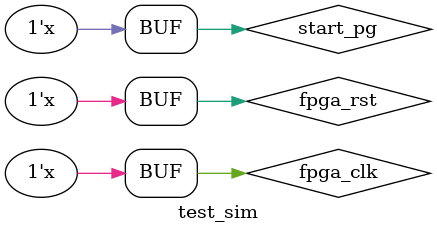
<source format=v>
`timescale 1ns / 1ps

module test_sim(
);

    reg fpga_clk;
    reg fpga_rst;
    reg start_pg;
    wire spg_bufg;
    BUFG U1(.I(start_pg), .O(spg_bufg));
//    assign spg_bufg = start_pg;
    
    reg upg_rst;
    always @ (posedge fpga_clk) begin
        if (spg_bufg) upg_rst = 0;
        if (fpga_rst) upg_rst = 1;
    end
    wire rst = fpga_rst | !upg_rst;
    
    initial begin
        {fpga_clk, fpga_rst, start_pg} = 3'b0;
    end
    
    always begin
//        repeat(1000) #10 {fpga_rst, start_pg, upg_rst} = {fpga_rst, start_pg, upg_rst} + 1'b1;
        repeat(1000) #10 {start_pg, fpga_rst} = {start_pg, fpga_rst} + 1'b1;
    end
    
    always begin
        repeat(10000) #1 fpga_clk = ~fpga_clk;
    end
    
endmodule

</source>
